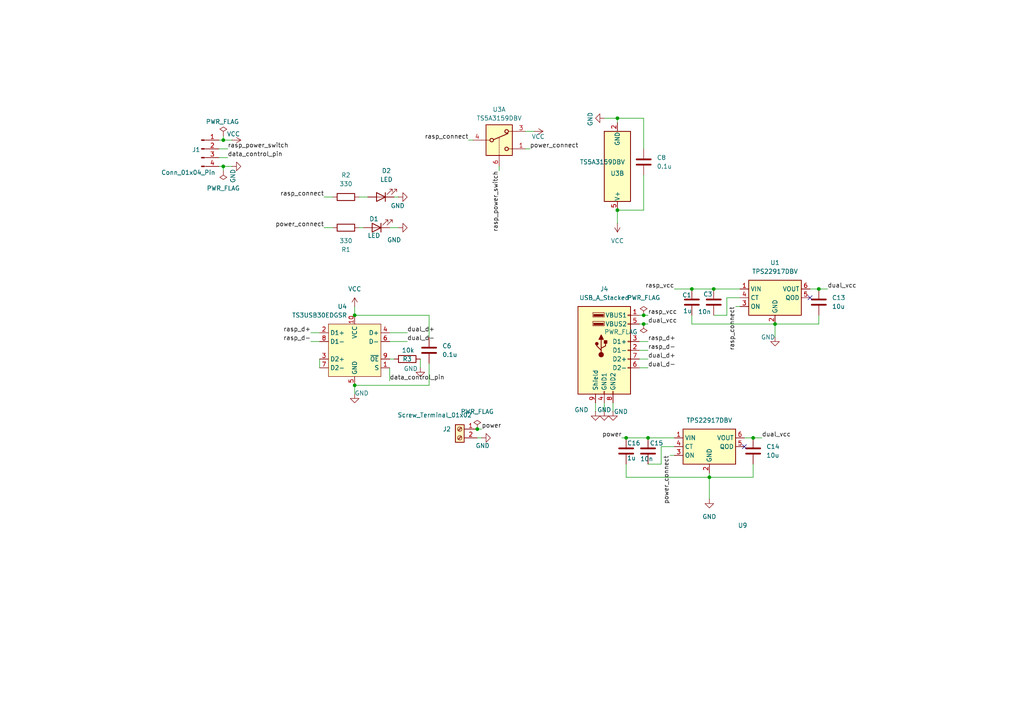
<source format=kicad_sch>
(kicad_sch (version 20231120) (generator "eeschema") (generator_version "8.0")
  (paper "A4")
  (lib_symbols
    (symbol "Analog_Switch:TS5A3159DBV" (pin_names (offset 0.127))
      (property "Reference" "U" (at -3.175 7.239 0))
      (property "Value" "TS5A3159DBV" (at -3.175 5.461 0))
      (symbol "TS5A3159DBV_1_1"
        (rectangle (start -3.81 4.445) (end 3.81 -4.445) (stroke (width 0.254)) (fill (type background)))
        (circle (center -2.159 0) (radius 0.508) (stroke (width 0.254)))
        (polyline (pts (xy -5.08 0) (xy -2.794 0)))
        (polyline (pts (xy -1.651 0.127) (xy 2.54 1.905)) (stroke (width 0.254)))
        (polyline (pts (xy 0 -5.08) (xy 0 -4.572)))
        (polyline (pts (xy 0 -4.318) (xy 0 -4.064)))
        (polyline (pts (xy 0 -3.81) (xy 0 -3.556)))
        (polyline (pts (xy 0 -3.302) (xy 0 -3.048)))
        (polyline (pts (xy 0 -2.794) (xy 0 -2.54)))
        (polyline (pts (xy 0 -2.286) (xy 0 -2.032)))
        (polyline (pts (xy 0 -1.778) (xy 0 -1.524)))
        (polyline (pts (xy 0 -1.27) (xy 0 -1.016)))
        (polyline (pts (xy 0 -0.762) (xy 0 -0.508)))
        (polyline (pts (xy 0 -0.254) (xy 0 0)))
        (polyline (pts (xy 0 0.254) (xy 0 0.508)))
        (polyline (pts (xy 0 0.254) (xy 0 0.508)))
        (polyline (pts (xy 5.08 -2.54) (xy 2.794 -2.54)))
        (polyline (pts (xy 5.08 2.54) (xy 2.794 2.54)))
        (circle (center 2.159 -2.54) (radius 0.508) (stroke (width 0.254)))
        (circle (center 2.159 2.54) (radius 0.508) (stroke (width 0.254)))
        (pin passive line (at 7.62 -2.54 180) (length 2.54) (name "~") (number "1"))
        (pin passive line (at 7.62 2.54 180) (length 2.54) (name "~") (number "3"))
        (pin passive line (at -7.62 0 0) (length 2.54) (name "~") (number "4"))
        (pin input line (at 0 -7.62 90) (length 2.54) (name "~") (number "6"))
      )
      (symbol "TS5A3159DBV_2_0"
        (pin power_in line (at 0 -12.7 90) (length 2.54) (name "GND") (number "2"))
        (pin power_in line (at 0 12.7 270) (length 2.54) (name "V+") (number "5"))
      )
      (symbol "TS5A3159DBV_2_1"
        (rectangle (start -3.81 10.16) (end 3.81 -10.16) (stroke (width 0.254)) (fill (type background)))
      )
    )
    (symbol "Connector:Conn_01x04_Pin" (pin_names (offset 1.016) hide)
      (property "Reference" "J" (at 0 5.08 0))
      (property "Value" "Conn_01x04_Pin" (at 0 -7.62 0))
      (symbol "Conn_01x04_Pin_1_1"
        (polyline (pts (xy 1.27 -5.08) (xy 0.8636 -5.08)) (stroke (width 0.1524)))
        (polyline (pts (xy 1.27 -2.54) (xy 0.8636 -2.54)) (stroke (width 0.1524)))
        (polyline (pts (xy 1.27 0) (xy 0.8636 0)) (stroke (width 0.1524)))
        (polyline (pts (xy 1.27 2.54) (xy 0.8636 2.54)) (stroke (width 0.1524)))
        (rectangle (start 0.8636 -4.953) (end 0 -5.207) (stroke (width 0.1524)) (fill (type outline)))
        (rectangle (start 0.8636 -2.413) (end 0 -2.667) (stroke (width 0.1524)) (fill (type outline)))
        (rectangle (start 0.8636 0.127) (end 0 -0.127) (stroke (width 0.1524)) (fill (type outline)))
        (rectangle (start 0.8636 2.667) (end 0 2.413) (stroke (width 0.1524)) (fill (type outline)))
        (pin passive line (at 5.08 2.54 180) (length 3.81) (name "Pin_1") (number "1"))
        (pin passive line (at 5.08 0 180) (length 3.81) (name "Pin_2") (number "2"))
        (pin passive line (at 5.08 -2.54 180) (length 3.81) (name "Pin_3") (number "3"))
        (pin passive line (at 5.08 -5.08 180) (length 3.81) (name "Pin_4") (number "4"))
      )
    )
    (symbol "Connector:Screw_Terminal_01x02" (pin_names (offset 1.016) hide)
      (property "Reference" "J" (at 0 2.54 0))
      (property "Value" "Screw_Terminal_01x02" (at 0 -5.08 0))
      (symbol "Screw_Terminal_01x02_1_1"
        (rectangle (start -1.27 1.27) (end 1.27 -3.81) (stroke (width 0.254)) (fill (type background)))
        (circle (center 0 -2.54) (radius 0.635) (stroke (width 0.1524)))
        (polyline (pts (xy -0.5334 -2.2098) (xy 0.3302 -3.048)) (stroke (width 0.1524)))
        (polyline (pts (xy -0.5334 0.3302) (xy 0.3302 -0.508)) (stroke (width 0.1524)))
        (polyline (pts (xy -0.3556 -2.032) (xy 0.508 -2.8702)) (stroke (width 0.1524)))
        (polyline (pts (xy -0.3556 0.508) (xy 0.508 -0.3302)) (stroke (width 0.1524)))
        (circle (center 0 0) (radius 0.635) (stroke (width 0.1524)))
        (pin passive line (at -5.08 0 0) (length 3.81) (name "Pin_1") (number "1"))
        (pin passive line (at -5.08 -2.54 0) (length 3.81) (name "Pin_2") (number "2"))
      )
    )
    (symbol "Connector:USB_A_Stacked" (pin_names (offset 1.016))
      (property "Reference" "J" (at 0 15.875 0))
      (property "Value" "USB_A_Stacked" (at 0 13.97 0))
      (symbol "USB_A_Stacked_0_1"
        (rectangle (start -7.62 12.7) (end 7.62 -12.7) (stroke (width 0.254)) (fill (type background)))
        (circle (center -2.159 1.905) (radius 0.381) (stroke (width 0.254)) (fill (type outline)))
        (circle (center -0.889 -1.27) (radius 0.635) (stroke (width 0.254)) (fill (type outline)))
        (rectangle (start -0.254 7.366) (end -3.048 7.874) (fill (type outline)))
        (rectangle (start -0.254 9.906) (end -3.048 10.414) (fill (type outline)))
        (rectangle (start -0.127 -12.7) (end 0.127 -11.938))
        (polyline (pts (xy -1.524 3.175) (xy -0.254 3.175) (xy -0.889 4.445) (xy -1.524 3.175)) (stroke (width 0.254)) (fill (type outline)))
        (polyline (pts (xy -0.889 -0.635) (xy -0.889 0) (xy -2.159 1.27) (xy -2.159 1.905)) (stroke (width 0.254)))
        (polyline (pts (xy -0.889 0) (xy -0.889 0.635) (xy 0.381 1.27) (xy 0.381 2.54)) (stroke (width 0.254)))
        (rectangle (start 0 2.794) (end 0.762 2.032) (stroke (width 0.254)) (fill (type outline)))
        (rectangle (start 0 7.112) (end -3.302 8.382))
        (rectangle (start 0 9.652) (end -3.302 10.922))
        (rectangle (start 2.413 -12.7) (end 2.667 -11.938))
        (rectangle (start 7.62 -5.207) (end 6.858 -4.953))
        (rectangle (start 7.62 -2.667) (end 6.858 -2.413))
        (rectangle (start 7.62 -0.127) (end 6.858 0.127))
        (rectangle (start 7.62 2.413) (end 6.858 2.667))
        (rectangle (start 7.62 7.493) (end 6.858 7.747))
        (rectangle (start 7.62 10.033) (end 6.858 10.287))
      )
      (symbol "USB_A_Stacked_1_1"
        (polyline (pts (xy -0.889 0.635) (xy -0.889 3.175)) (stroke (width 0.254)))
        (pin power_in line (at 10.16 10.16 180) (length 2.54) (name "VBUS1") (number "1"))
        (pin bidirectional line (at 10.16 0 180) (length 2.54) (name "D1-") (number "2"))
        (pin bidirectional line (at 10.16 2.54 180) (length 2.54) (name "D1+") (number "3"))
        (pin power_in line (at 0 -15.24 90) (length 2.54) (name "GND1") (number "4"))
        (pin power_in line (at 10.16 7.62 180) (length 2.54) (name "VBUS2") (number "5"))
        (pin bidirectional line (at 10.16 -5.08 180) (length 2.54) (name "D2-") (number "6"))
        (pin bidirectional line (at 10.16 -2.54 180) (length 2.54) (name "D2+") (number "7"))
        (pin power_in line (at 2.54 -15.24 90) (length 2.54) (name "GND2") (number "8"))
        (pin passive line (at -2.54 -15.24 90) (length 2.54) (name "Shield") (number "9"))
      )
    )
    (symbol "Device:C" (pin_numbers hide) (pin_names (offset 0.254))
      (property "Reference" "C" (at 0.635 2.54 0))
      (property "Value" "C" (at 0.635 -2.54 0))
      (symbol "C_0_1"
        (polyline (pts (xy -2.032 -0.762) (xy 2.032 -0.762)) (stroke (width 0.508)))
        (polyline (pts (xy -2.032 0.762) (xy 2.032 0.762)) (stroke (width 0.508)))
      )
      (symbol "C_1_1"
        (pin passive line (at 0 3.81 270) (length 2.794) (name "~") (number "1"))
        (pin passive line (at 0 -3.81 90) (length 2.794) (name "~") (number "2"))
      )
    )
    (symbol "Device:LED" (pin_numbers hide) (pin_names (offset 1.016) hide)
      (property "Reference" "D" (at 0 2.54 0))
      (property "Value" "LED" (at 0 -2.54 0))
      (symbol "LED_0_1"
        (polyline (pts (xy -1.27 -1.27) (xy -1.27 1.27)) (stroke (width 0.254)))
        (polyline (pts (xy -1.27 0) (xy 1.27 0)))
        (polyline (pts (xy 1.27 -1.27) (xy 1.27 1.27) (xy -1.27 0) (xy 1.27 -1.27)) (stroke (width 0.254)))
        (polyline (pts (xy -3.048 -0.762) (xy -4.572 -2.286) (xy -3.81 -2.286) (xy -4.572 -2.286) (xy -4.572 -1.524)))
        (polyline (pts (xy -1.778 -0.762) (xy -3.302 -2.286) (xy -2.54 -2.286) (xy -3.302 -2.286) (xy -3.302 -1.524)))
      )
      (symbol "LED_1_1"
        (pin passive line (at -3.81 0 0) (length 2.54) (name "K") (number "1"))
        (pin passive line (at 3.81 0 180) (length 2.54) (name "A") (number "2"))
      )
    )
    (symbol "Device:R" (pin_numbers hide) (pin_names (offset 0))
      (property "Reference" "R" (at 2.032 0 90))
      (property "Value" "R" (at 0 0 90))
      (symbol "R_0_1"
        (rectangle (start -1.016 -2.54) (end 1.016 2.54) (stroke (width 0.254)))
      )
      (symbol "R_1_1"
        (pin passive line (at 0 3.81 270) (length 1.27) (name "~") (number "1"))
        (pin passive line (at 0 -3.81 90) (length 1.27) (name "~") (number "2"))
      )
    )
    (symbol "Interface_USB:TS3USB30EDGSR"
      (property "Reference" "U" (at -6.35 8.89 0))
      (property "Value" "TS3USB30EDGSR" (at 8.89 8.89 0))
      (symbol "TS3USB30EDGSR_1_1"
        (rectangle (start -7.62 7.62) (end 7.62 -7.62) (fill (type background)))
        (pin input line (at -10.16 -5.08 0) (length 2.54) (name "S") (number "1"))
        (pin power_in line (at 0 10.16 270) (length 2.54) (name "VCC") (number "10"))
        (pin bidirectional line (at 10.16 5.08 180) (length 2.54) (name "D1+") (number "2"))
        (pin bidirectional line (at 10.16 -2.54 180) (length 2.54) (name "D2+") (number "3"))
        (pin bidirectional line (at -10.16 5.08 0) (length 2.54) (name "D+") (number "4"))
        (pin power_in line (at 0 -10.16 90) (length 2.54) (name "GND") (number "5"))
        (pin bidirectional line (at -10.16 2.54 0) (length 2.54) (name "D-") (number "6"))
        (pin bidirectional line (at 10.16 -5.08 180) (length 2.54) (name "D2-") (number "7"))
        (pin bidirectional line (at 10.16 2.54 180) (length 2.54) (name "D1-") (number "8"))
        (pin input line (at -10.16 -2.54 0) (length 2.54) (name "~{OE}") (number "9"))
      )
    )
    (symbol "Power_Management:TPS22917DBV"
      (property "Reference" "U" (at -6.35 6.35 0))
      (property "Value" "TPS22917DBV" (at 2.54 6.35 0))
      (symbol "TPS22917DBV_0_1"
        (rectangle (start -7.62 5.08) (end 7.62 -5.08) (stroke (width 0.254)) (fill (type background)))
      )
      (symbol "TPS22917DBV_1_1"
        (pin power_in line (at -10.16 2.54 0) (length 2.54) (name "VIN") (number "1"))
        (pin power_in line (at 0 -7.62 90) (length 2.54) (name "GND") (number "2"))
        (pin input line (at -10.16 -2.54 0) (length 2.54) (name "ON") (number "3"))
        (pin output line (at -10.16 0 0) (length 2.54) (name "CT") (number "4"))
        (pin open_collector line (at 10.16 0 180) (length 2.54) (name "QOD") (number "5"))
        (pin power_out line (at 10.16 2.54 180) (length 2.54) (name "VOUT") (number "6"))
      )
    )
    (symbol "power:GND" (power) (pin_numbers hide) (pin_names (offset 0) hide)
      (property "Value" "GND" (at 0 -3.81 0))
      (symbol "GND_0_1"
        (polyline (pts (xy 0 0) (xy 0 -1.27) (xy 1.27 -1.27) (xy 0 -2.54) (xy -1.27 -1.27) (xy 0 -1.27)))
      )
      (symbol "GND_1_1"
        (pin power_in line (at 0 0 270) (length 0) (name "~") (number "1"))
      )
    )
    (symbol "power:PWR_FLAG" (power) (pin_numbers hide) (pin_names (offset 0) hide)
      (property "Value" "PWR_FLAG" (at 0 3.81 0))
      (symbol "PWR_FLAG_0_0"
        (pin power_out line (at 0 0 90) (length 0) (name "~") (number "1"))
      )
      (symbol "PWR_FLAG_0_1"
        (polyline (pts (xy 0 0) (xy 0 1.27) (xy -1.016 1.905) (xy 0 2.54) (xy 1.016 1.905) (xy 0 1.27)))
      )
    )
    (symbol "power:VCC" (power) (pin_numbers hide) (pin_names (offset 0) hide)
      (property "Value" "VCC" (at 0 3.556 0))
      (symbol "VCC_0_1"
        (polyline (pts (xy -0.762 1.27) (xy 0 2.54)))
        (polyline (pts (xy 0 0) (xy 0 2.54)))
        (polyline (pts (xy 0 2.54) (xy 0.762 1.27)))
      )
      (symbol "VCC_1_1"
        (pin power_in line (at 0 0 90) (length 0) (name "~") (number "1"))
      )
    )
  )
  (junction (at 138.43 124.46))
  (junction (at 64.77 40.64))
  (junction (at 207.01 83.82))
  (junction (at 186.69 93.98))
  (junction (at 64.77 48.26))
  (junction (at 237.49 83.82))
  (junction (at 205.74 138.43))
  (junction (at 224.79 93.98))
  (junction (at 186.69 91.44))
  (junction (at 102.87 91.44))
  (junction (at 179.07 34.29))
  (junction (at 179.07 60.96))
  (junction (at 187.96 127))
  (junction (at 181.61 127))
  (junction (at 200.66 83.82))
  (junction (at 102.87 111.76))
  (junction (at 218.44 127))
  (no_connect (at 215.9 129.54))
  (no_connect (at 234.95 86.36))
  (wire (pts (xy 102.87 88.9) (xy 102.87 91.44)))
  (wire (pts (xy 195.58 83.82) (xy 200.66 83.82)))
  (wire (pts (xy 186.69 50.8) (xy 186.69 60.96)))
  (wire (pts (xy 104.14 66.04) (xy 105.41 66.04)))
  (wire (pts (xy 102.87 111.76) (xy 124.46 111.76)))
  (wire (pts (xy 138.43 127) (xy 139.7 127)))
  (wire (pts (xy 177.8 116.84) (xy 177.8 119.38)))
  (wire (pts (xy 186.69 91.44) (xy 187.96 91.44)))
  (wire (pts (xy 185.42 99.06) (xy 187.96 99.06)))
  (wire (pts (xy 194.31 132.08) (xy 195.58 132.08)))
  (wire (pts (xy 113.03 66.04) (xy 115.57 66.04)))
  (wire (pts (xy 64.77 48.26) (xy 64.77 49.53)))
  (wire (pts (xy 185.42 106.68) (xy 187.96 106.68)))
  (wire (pts (xy 185.42 91.44) (xy 186.69 91.44)))
  (wire (pts (xy 218.44 138.43) (xy 205.74 138.43)))
  (wire (pts (xy 124.46 91.44) (xy 124.46 97.79)))
  (wire (pts (xy 186.69 93.98) (xy 187.96 93.98)))
  (wire (pts (xy 181.61 127) (xy 187.96 127)))
  (wire (pts (xy 186.69 43.18) (xy 186.69 34.29)))
  (wire (pts (xy 200.66 83.82) (xy 207.01 83.82)))
  (wire (pts (xy 215.9 127) (xy 218.44 127)))
  (wire (pts (xy 102.87 111.76) (xy 102.87 114.3)))
  (wire (pts (xy 144.78 48.26) (xy 144.78 49.53)))
  (wire (pts (xy 113.03 106.68) (xy 113.03 110.49)))
  (wire (pts (xy 179.07 60.96) (xy 179.07 64.77)))
  (wire (pts (xy 93.98 66.04) (xy 96.52 66.04)))
  (wire (pts (xy 113.03 96.52) (xy 118.11 96.52)))
  (wire (pts (xy 138.43 124.46) (xy 139.7 124.46)))
  (wire (pts (xy 187.96 127) (xy 195.58 127)))
  (wire (pts (xy 90.17 96.52) (xy 92.71 96.52)))
  (wire (pts (xy 92.71 104.14) (xy 92.71 106.68)))
  (wire (pts (xy 179.07 34.29) (xy 186.69 34.29)))
  (wire (pts (xy 200.66 93.98) (xy 224.79 93.98)))
  (wire (pts (xy 180.34 127) (xy 181.61 127)))
  (wire (pts (xy 152.4 43.18) (xy 153.67 43.18)))
  (wire (pts (xy 205.74 138.43) (xy 205.74 144.78)))
  (wire (pts (xy 63.5 45.72) (xy 66.04 45.72)))
  (wire (pts (xy 113.03 99.06) (xy 118.11 99.06)))
  (wire (pts (xy 64.77 48.26) (xy 67.31 48.26)))
  (wire (pts (xy 102.87 91.44) (xy 124.46 91.44)))
  (wire (pts (xy 179.07 34.29) (xy 179.07 35.56)))
  (wire (pts (xy 135.89 40.64) (xy 137.16 40.64)))
  (wire (pts (xy 185.42 101.6) (xy 187.96 101.6)))
  (wire (pts (xy 207.01 91.44) (xy 210.82 91.44)))
  (wire (pts (xy 64.77 40.64) (xy 67.31 40.64)))
  (wire (pts (xy 237.49 93.98) (xy 224.79 93.98)))
  (wire (pts (xy 218.44 134.62) (xy 218.44 138.43)))
  (wire (pts (xy 210.82 86.36) (xy 214.63 86.36)))
  (wire (pts (xy 218.44 127) (xy 220.98 127)))
  (wire (pts (xy 113.03 104.14) (xy 114.3 104.14)))
  (wire (pts (xy 181.61 138.43) (xy 205.74 138.43)))
  (wire (pts (xy 224.79 93.98) (xy 224.79 97.79)))
  (wire (pts (xy 152.4 38.1) (xy 154.94 38.1)))
  (wire (pts (xy 179.07 60.96) (xy 186.69 60.96)))
  (wire (pts (xy 210.82 91.44) (xy 210.82 86.36)))
  (wire (pts (xy 181.61 134.62) (xy 181.61 138.43)))
  (wire (pts (xy 63.5 40.64) (xy 64.77 40.64)))
  (wire (pts (xy 200.66 91.44) (xy 200.66 93.98)))
  (wire (pts (xy 213.36 88.9) (xy 214.63 88.9)))
  (wire (pts (xy 175.26 34.29) (xy 179.07 34.29)))
  (wire (pts (xy 104.14 57.15) (xy 106.68 57.15)))
  (wire (pts (xy 63.5 48.26) (xy 64.77 48.26)))
  (wire (pts (xy 234.95 83.82) (xy 237.49 83.82)))
  (wire (pts (xy 237.49 91.44) (xy 237.49 93.98)))
  (wire (pts (xy 93.98 57.15) (xy 96.52 57.15)))
  (wire (pts (xy 185.42 93.98) (xy 186.69 93.98)))
  (wire (pts (xy 191.77 134.62) (xy 191.77 129.54)))
  (wire (pts (xy 172.72 116.84) (xy 172.72 119.38)))
  (wire (pts (xy 205.74 137.16) (xy 205.74 138.43)))
  (wire (pts (xy 114.3 57.15) (xy 115.57 57.15)))
  (wire (pts (xy 207.01 83.82) (xy 214.63 83.82)))
  (wire (pts (xy 237.49 83.82) (xy 240.03 83.82)))
  (wire (pts (xy 63.5 43.18) (xy 66.04 43.18)))
  (wire (pts (xy 124.46 111.76) (xy 124.46 105.41)))
  (wire (pts (xy 175.26 116.84) (xy 175.26 119.38)))
  (wire (pts (xy 121.92 104.14) (xy 121.92 106.68)))
  (wire (pts (xy 191.77 129.54) (xy 195.58 129.54)))
  (wire (pts (xy 64.77 39.37) (xy 64.77 40.64)))
  (wire (pts (xy 90.17 99.06) (xy 92.71 99.06)))
  (wire (pts (xy 187.96 134.62) (xy 191.77 134.62)))
  (wire (pts (xy 185.42 104.14) (xy 187.96 104.14)))
  (label "rasp_d-" (at 187.96 101.6 0))
  (label "rasp_power_switch" (at 144.78 49.53 270))
  (label "dual_d+" (at 118.11 96.52 0))
  (label "dual_vcc" (at 220.98 127 0))
  (label "data_control_pin" (at 113.03 110.49 0))
  (label "rasp_vcc" (at 187.96 91.44 0))
  (label "rasp_power_switch" (at 66.04 43.18 0))
  (label "rasp_vcc" (at 195.58 83.82 180))
  (label "dual_vcc" (at 240.03 83.82 0))
  (label "power_connect" (at 194.31 132.08 270))
  (label "rasp_connect" (at 213.36 88.9 270))
  (label "dual_d-" (at 118.11 99.06 0))
  (label "rasp_connect" (at 135.89 40.64 180))
  (label "power" (at 180.34 127 180))
  (label "rasp_d+" (at 187.96 99.06 0))
  (label "dual_vcc" (at 187.96 93.98 0))
  (label "dual_d-" (at 187.96 106.68 0))
  (label "rasp_d-" (at 90.17 99.06 180))
  (label "power" (at 139.7 124.46 0))
  (label "power_connect" (at 93.98 66.04 180))
  (label "data_control_pin" (at 66.04 45.72 0))
  (label "rasp_d+" (at 90.17 96.52 180))
  (label "dual_d+" (at 187.96 104.14 0))
  (label "rasp_connect" (at 93.98 57.15 180))
  (label "power_connect" (at 153.67 43.18 0))
  (symbol (lib_id "Device:C") (at 200.66 87.63 0) (unit 1)
    (property "Reference" "C1" (at 197.866 85.598 0) (effects (justify left)))
    (property "Value" "1u" (at 198.12 90.17 0) (effects (justify left)))
    (property "Footprint" "Capacitor_SMD:C_0603_1608Metric" (effects (hide yes)))
    (property "Description" "Unpolarized capacitor" (effects (hide yes)))
  )
  (symbol (lib_id "Device:R") (at 100.33 57.15 90) (unit 1)
    (property "Reference" "R2" (at 100.33 50.8 90))
    (property "Value" "330" (at 100.33 53.34 90))
    (property "Footprint" "Resistor_SMD:R_0603_1608Metric" (effects (hide yes)))
    (property "Description" "Resistor" (effects (hide yes)))
  )
  (symbol (lib_id "power:PWR_FLAG") (at 64.77 39.37 0) (unit 1)
    (property "Reference" "#FLG05" (effects (hide yes)))
    (property "Value" "PWR_FLAG" (at 64.516 35.306 0))
    (property "Description" "Special symbol for telling ERC where power comes from" (effects (hide yes)))
  )
  (symbol (lib_id "power:VCC") (at 102.87 88.9 0) (unit 1)
    (property "Reference" "#PWR026" (effects (hide yes)))
    (property "Value" "VCC" (at 102.87 83.82 0))
    (property "Description" "Power symbol creates a global label with name \"VCC\"" (effects (hide yes)))
  )
  (symbol (lib_id "power:GND") (at 102.87 114.3 0) (unit 1)
    (property "Reference" "#PWR027" (effects (hide yes)))
    (property "Value" "GND" (at 104.902 114.046 0))
    (property "Description" "Power symbol creates a global label with name \"GND\" , ground" (effects (hide yes)))
  )
  (symbol (lib_id "Interface_USB:TS3USB30EDGSR") (at 102.87 101.6 0) (mirror y) (unit 1)
    (property "Reference" "U4" (at 100.6759 88.9 0) (effects (justify left)))
    (property "Value" "TS3USB30EDGSR" (at 100.6759 91.44 0) (effects (justify left)))
    (property "Footprint" "Package_SO:VSSOP-10_3x3mm_P0.5mm" (effects (hide yes)))
    (property "Datasheet" "https://www.ti.com/lit/ds/symlink/ts3usb30e.pdf" (effects (hide yes)))
    (property "Description" "ESD-Protected, High-Speed USB 2.0 (480-Mbps) 1:2 Multiplexer/Demultiplexer Switch With Single Enable, VSSOP-10" (effects (hide yes)))
  )
  (symbol (lib_id "Device:R") (at 118.11 104.14 90) (unit 1)
    (property "Reference" "R3" (at 118.11 104.14 90))
    (property "Value" "10k" (at 118.364 101.6 90))
    (property "Footprint" "Resistor_SMD:R_0603_1608Metric" (effects (hide yes)))
    (property "Description" "Resistor" (effects (hide yes)))
  )
  (symbol (lib_id "power:PWR_FLAG") (at 186.69 93.98 180) (unit 1)
    (property "Reference" "#FLG08" (effects (hide yes)))
    (property "Value" "PWR_FLAG" (at 180.086 96.266 0))
    (property "Description" "Special symbol for telling ERC where power comes from" (effects (hide yes)))
  )
  (symbol (lib_id "Analog_Switch:TS5A3159DBV") (at 144.78 40.64 0) (unit 1)
    (property "Reference" "U3" (at 144.78 31.75 0))
    (property "Value" "TS5A3159DBV" (at 144.78 34.29 0))
    (property "Footprint" "Package_TO_SOT_SMD:SOT-23-6" (effects (hide yes)))
    (property "Datasheet" "http://www.ti.com/lit/ds/symlink/ts5a3159.pdf" (effects (hide yes)))
    (property "Description" "Single SPDT Analog Switch, 1.65-V to 5.5-V Single-Supply Operation, 1Ohm Ron, SOT-23-6" (effects (hide yes)))
  )
  (symbol (lib_id "power:GND") (at 115.57 66.04 90) (unit 1)
    (property "Reference" "#PWR025" (effects (hide yes)))
    (property "Value" "GND" (at 112.268 69.596 90) (effects (justify right)))
    (property "Description" "Power symbol creates a global label with name \"GND\" , ground" (effects (hide yes)))
  )
  (symbol (lib_id "Device:C") (at 237.49 87.63 0) (unit 1)
    (property "Reference" "C13" (at 241.3 86.3599 0) (effects (justify left)))
    (property "Value" "10u" (at 241.3 88.8999 0) (effects (justify left)))
    (property "Footprint" "Capacitor_SMD:C_0603_1608Metric" (effects (hide yes)))
    (property "Description" "Unpolarized capacitor" (effects (hide yes)))
  )
  (symbol (lib_id "Connector:USB_A_Stacked") (at 175.26 101.6 0) (unit 1)
    (property "Reference" "J4" (at 175.26 83.82 0))
    (property "Value" "USB_A_Stacked" (at 175.26 86.36 0))
    (property "Footprint" "Connector_USB:USB_A_CUI_UJ2-ADH-TH_Horizontal_Stacked" (effects (hide yes)))
    (property "Description" "USB Type A connector, stacked" (effects (hide yes)))
  )
  (symbol (lib_id "power:GND") (at 205.74 144.78 0) (unit 1)
    (property "Reference" "#PWR033" (effects (hide yes)))
    (property "Value" "GND" (at 205.74 149.86 0))
    (property "Description" "Power symbol creates a global label with name \"GND\" , ground" (effects (hide yes)))
  )
  (symbol (lib_id "power:GND") (at 175.26 119.38 0) (unit 1)
    (property "Reference" "#PWR020" (effects (hide yes)))
    (property "Value" "GND" (at 175.26 118.872 0))
    (property "Description" "Power symbol creates a global label with name \"GND\" , ground" (effects (hide yes)))
  )
  (symbol (lib_id "Connector:Conn_01x04_Pin") (at 58.42 43.18 0) (unit 1)
    (property "Reference" "J1" (at 56.896 43.434 0))
    (property "Value" "Conn_01x04_Pin" (at 54.61 50.038 0))
    (property "Footprint" "Connector_PinHeader_2.54mm:PinHeader_1x04_P2.54mm_Vertical" (effects (hide yes)))
    (property "Description" "Generic connector, single row, 01x04, script generated" (effects (hide yes)))
  )
  (symbol (lib_id "Device:LED") (at 109.22 66.04 180) (unit 1)
    (property "Reference" "D1" (at 108.458 63.5 0))
    (property "Value" "LED" (at 108.458 68.326 0))
    (property "Footprint" "LED_SMD:LED_0201_0603Metric" (effects (hide yes)))
    (property "Description" "Light emitting diode" (effects (hide yes)))
  )
  (symbol (lib_id "Device:R") (at 100.33 66.04 270) (unit 1)
    (property "Reference" "R1" (at 100.33 72.39 90))
    (property "Value" "330" (at 100.33 69.85 90))
    (property "Footprint" "Resistor_SMD:R_0603_1608Metric" (effects (hide yes)))
    (property "Description" "Resistor" (effects (hide yes)))
  )
  (symbol (lib_id "power:VCC") (at 154.94 38.1 270) (unit 1)
    (property "Reference" "#PWR028" (effects (hide yes)))
    (property "Value" "VCC" (at 154.178 39.624 90) (effects (justify left)))
    (property "Description" "Power symbol creates a global label with name \"VCC\"" (effects (hide yes)))
  )
  (symbol (lib_id "power:VCC") (at 179.07 64.77 180) (unit 1)
    (property "Reference" "#PWR031" (effects (hide yes)))
    (property "Value" "VCC" (at 179.07 69.85 0))
    (property "Description" "Power symbol creates a global label with name \"VCC\"" (effects (hide yes)))
  )
  (symbol (lib_id "power:GND") (at 115.57 57.15 90) (unit 1)
    (property "Reference" "#PWR029" (effects (hide yes)))
    (property "Value" "GND" (at 113.284 59.69 90) (effects (justify right)))
    (property "Description" "Power symbol creates a global label with name \"GND\" , ground" (effects (hide yes)))
  )
  (symbol (lib_id "power:GND") (at 172.72 119.38 0) (unit 1)
    (property "Reference" "#PWR019" (effects (hide yes)))
    (property "Value" "GND" (at 168.656 118.872 0))
    (property "Description" "Power symbol creates a global label with name \"GND\" , ground" (effects (hide yes)))
  )
  (symbol (lib_id "power:GND") (at 121.92 106.68 0) (unit 1)
    (property "Reference" "#PWR032" (effects (hide yes)))
    (property "Value" "GND" (at 119.126 106.934 0))
    (property "Description" "Power symbol creates a global label with name \"GND\" , ground" (effects (hide yes)))
  )
  (symbol (lib_id "Power_Management:TPS22917DBV") (at 205.74 129.54 0) (unit 1)
    (property "Reference" "U9" (at 215.392 152.4 0))
    (property "Value" "TPS22917DBV" (at 205.74 121.92 0))
    (property "Footprint" "Package_TO_SOT_SMD:SOT-23-6_Handsoldering" (effects (hide yes)))
    (property "Datasheet" "http://www.ti.com/lit/ds/symlink/tps22917.pdf" (effects (hide yes)))
    (property "Description" "1V to 5.5V, 2A, 80mΩ Ultra-Low Leakage Load Switch, SOT23-6" (effects (hide yes)))
  )
  (symbol (lib_id "power:PWR_FLAG") (at 186.69 91.44 0) (unit 1)
    (property "Reference" "#FLG07" (effects (hide yes)))
    (property "Value" "PWR_FLAG" (at 186.69 86.36 0))
    (property "Description" "Special symbol for telling ERC where power comes from" (effects (hide yes)))
  )
  (symbol (lib_id "power:GND") (at 175.26 34.29 270) (unit 1)
    (property "Reference" "#PWR030" (effects (hide yes)))
    (property "Value" "GND" (at 171.196 34.544 0))
    (property "Description" "Power symbol creates a global label with name \"GND\" , ground" (effects (hide yes)))
  )
  (symbol (lib_id "power:PWR_FLAG") (at 64.77 49.53 180) (unit 1)
    (property "Reference" "#FLG06" (effects (hide yes)))
    (property "Value" "PWR_FLAG" (at 64.77 54.61 0))
    (property "Description" "Special symbol for telling ERC where power comes from" (effects (hide yes)))
  )
  (symbol (lib_id "power:VCC") (at 67.31 40.64 270) (unit 1)
    (property "Reference" "#PWR018" (effects (hide yes)))
    (property "Value" "VCC" (at 65.786 38.862 90) (effects (justify left)))
    (property "Description" "Power symbol creates a global label with name \"VCC\"" (effects (hide yes)))
  )
  (symbol (lib_id "Device:C") (at 181.61 130.81 0) (unit 1)
    (property "Reference" "C16" (at 181.864 128.524 0) (effects (justify left)))
    (property "Value" "1u" (at 181.864 132.842 0) (effects (justify left)))
    (property "Footprint" "Capacitor_SMD:C_0603_1608Metric" (effects (hide yes)))
    (property "Description" "Unpolarized capacitor" (effects (hide yes)))
  )
  (symbol (lib_id "Analog_Switch:TS5A3159DBV") (at 179.07 48.26 0) (mirror x) (unit 2)
    (property "Reference" "U3" (at 177.038 50.292 0) (effects (justify left)))
    (property "Value" "TS5A3159DBV" (at 168.148 46.99 0) (effects (justify left)))
    (property "Footprint" "Package_TO_SOT_SMD:SOT-23-6" (effects (hide yes)))
    (property "Datasheet" "http://www.ti.com/lit/ds/symlink/ts5a3159.pdf" (effects (hide yes)))
    (property "Description" "Single SPDT Analog Switch, 1.65-V to 5.5-V Single-Supply Operation, 1Ohm Ron, SOT-23-6" (effects (hide yes)))
  )
  (symbol (lib_id "power:GND") (at 139.7 127 90) (unit 1)
    (property "Reference" "#PWR022" (effects (hide yes)))
    (property "Value" "GND" (at 137.922 129.286 90) (effects (justify right)))
    (property "Description" "Power symbol creates a global label with name \"GND\" , ground" (effects (hide yes)))
  )
  (symbol (lib_id "power:GND") (at 67.31 48.26 90) (unit 1)
    (property "Reference" "#PWR017" (effects (hide yes)))
    (property "Value" "GND" (at 67.564 51.054 0))
    (property "Description" "Power symbol creates a global label with name \"GND\" , ground" (effects (hide yes)))
  )
  (symbol (lib_id "Device:LED") (at 110.49 57.15 180) (unit 1)
    (property "Reference" "D2" (at 112.0775 49.53 0))
    (property "Value" "LED" (at 112.0775 52.07 0))
    (property "Footprint" "LED_SMD:LED_0201_0603Metric" (effects (hide yes)))
    (property "Description" "Light emitting diode" (effects (hide yes)))
  )
  (symbol (lib_id "power:PWR_FLAG") (at 138.43 124.46 0) (unit 1)
    (property "Reference" "#FLG01" (effects (hide yes)))
    (property "Value" "PWR_FLAG" (at 138.43 119.38 0))
    (property "Description" "Special symbol for telling ERC where power comes from" (effects (hide yes)))
  )
  (symbol (lib_id "Connector:Screw_Terminal_01x02") (at 133.35 124.46 0) (mirror y) (unit 1)
    (property "Reference" "J2" (at 130.81 124.4599 0) (effects (justify left)))
    (property "Value" "Screw_Terminal_01x02" (at 136.906 120.396 0) (effects (justify left)))
    (property "Footprint" "TerminalBlock_CUI:TerminalBlock_CUI_TB007-508-02_1x02_P5.08mm_Horizontal" (effects (hide yes)))
    (property "Description" "Generic screw terminal, single row, 01x02, script generated (kicad-library-utils/schlib/autogen/connector/)" (effects (hide yes)))
  )
  (symbol (lib_id "Device:C") (at 124.46 101.6 0) (unit 1)
    (property "Reference" "C6" (at 128.27 100.3299 0) (effects (justify left)))
    (property "Value" "0.1u" (at 128.27 102.8699 0) (effects (justify left)))
    (property "Footprint" "Capacitor_SMD:C_0603_1608Metric" (effects (hide yes)))
    (property "Description" "Unpolarized capacitor" (effects (hide yes)))
  )
  (symbol (lib_id "Device:C") (at 207.01 87.63 0) (unit 1)
    (property "Reference" "C3" (at 203.962 85.344 0) (effects (justify left)))
    (property "Value" "10n" (at 202.438 90.424 0) (effects (justify left)))
    (property "Footprint" "Capacitor_SMD:C_0603_1608Metric" (effects (hide yes)))
    (property "Description" "Unpolarized capacitor" (effects (hide yes)))
  )
  (symbol (lib_id "power:GND") (at 224.79 97.79 0) (unit 1)
    (property "Reference" "#PWR023" (effects (hide yes)))
    (property "Value" "GND" (at 222.758 97.79 0))
    (property "Description" "Power symbol creates a global label with name \"GND\" , ground" (effects (hide yes)))
  )
  (symbol (lib_id "Device:C") (at 218.44 130.81 0) (unit 1)
    (property "Reference" "C14" (at 222.25 129.5399 0) (effects (justify left)))
    (property "Value" "10u" (at 222.25 132.0799 0) (effects (justify left)))
    (property "Footprint" "Capacitor_SMD:C_0603_1608Metric" (effects (hide yes)))
    (property "Description" "Unpolarized capacitor" (effects (hide yes)))
  )
  (symbol (lib_id "Device:C") (at 187.96 130.81 0) (unit 1)
    (property "Reference" "C15" (at 188.468 128.524 0) (effects (justify left)))
    (property "Value" "10n" (at 185.674 133.096 0) (effects (justify left)))
    (property "Footprint" "Capacitor_SMD:C_0603_1608Metric" (effects (hide yes)))
    (property "Description" "Unpolarized capacitor" (effects (hide yes)))
  )
  (symbol (lib_id "Power_Management:TPS22917DBV") (at 224.79 86.36 0) (unit 1)
    (property "Reference" "U1" (at 224.79 76.2 0))
    (property "Value" "TPS22917DBV" (at 224.79 78.74 0))
    (property "Footprint" "Package_TO_SOT_SMD:SOT-23-6_Handsoldering" (effects (hide yes)))
    (property "Datasheet" "http://www.ti.com/lit/ds/symlink/tps22917.pdf" (effects (hide yes)))
    (property "Description" "1V to 5.5V, 2A, 80mΩ Ultra-Low Leakage Load Switch, SOT23-6" (effects (hide yes)))
  )
  (symbol (lib_id "power:GND") (at 177.8 119.38 0) (unit 1)
    (property "Reference" "#PWR021" (effects (hide yes)))
    (property "Value" "GND" (at 180.086 119.38 0))
    (property "Description" "Power symbol creates a global label with name \"GND\" , ground" (effects (hide yes)))
  )
  (symbol (lib_id "Device:C") (at 186.69 46.99 0) (unit 1)
    (property "Reference" "C8" (at 190.5 45.7199 0) (effects (justify left)))
    (property "Value" "0.1u" (at 190.5 48.2599 0) (effects (justify left)))
    (property "Footprint" "Capacitor_SMD:C_0603_1608Metric_Pad1.08x0.95mm_HandSolder" (effects (hide yes)))
    (property "Description" "Unpolarized capacitor" (effects (hide yes)))
  )
)
</source>
